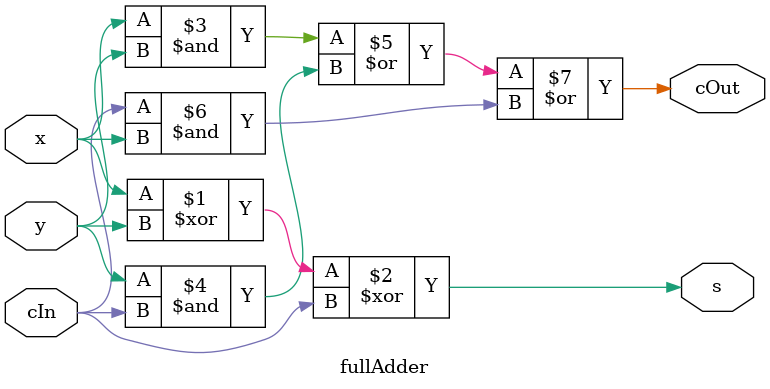
<source format=v>
module  fullAdder(x, y, cIn, s, cOut);

    input x, y, cIn;
    output s, cOut;

    assign s = x ^ y ^ cIn;
    
    assign cOut = (x&y) | (y&cIn) |  (cIn&x);

endmodule

</source>
